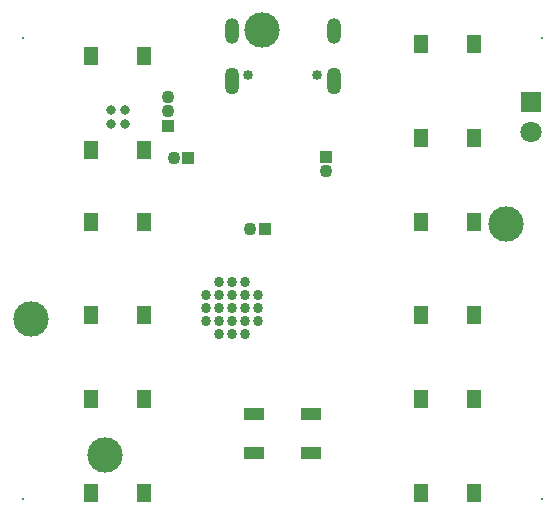
<source format=gbs>
G04*
G04 #@! TF.GenerationSoftware,Altium Limited,Altium Designer,22.7.1 (60)*
G04*
G04 Layer_Color=16711935*
%FSLAX44Y44*%
%MOMM*%
G71*
G04*
G04 #@! TF.SameCoordinates,4EDC8D64-7802-4C18-8A36-DA98FD6AFE69*
G04*
G04*
G04 #@! TF.FilePolarity,Negative*
G04*
G01*
G75*
%ADD76R,1.1016X1.1016*%
%ADD77C,1.1016*%
%ADD78C,3.0000*%
%ADD79C,0.2032*%
%ADD80R,1.1016X1.1016*%
%ADD81C,0.8532*%
%ADD82O,1.2532X2.3032*%
%ADD83O,1.2032X2.2032*%
%ADD84C,1.8032*%
%ADD85R,1.8032X1.8032*%
%ADD86C,0.8632*%
%ADD87C,0.8032*%
%ADD115R,1.3000X1.5500*%
%ADD117R,1.7032X1.1032*%
D76*
X-97000Y120500D02*
D03*
X36560Y94690D02*
D03*
D77*
X-97000Y133000D02*
D03*
Y145500D02*
D03*
X36560Y82190D02*
D03*
X-27660Y33400D02*
D03*
X-92140Y93400D02*
D03*
D78*
X-213000Y-43000D02*
D03*
X189000Y38000D02*
D03*
X-17000Y202000D02*
D03*
X-150000Y-158000D02*
D03*
D79*
X220000Y195000D02*
D03*
X-220000D02*
D03*
X220000Y-195000D02*
D03*
X-220000D02*
D03*
D80*
X-15160Y33400D02*
D03*
X-79640Y93400D02*
D03*
D81*
X28898Y163904D02*
D03*
X-28902D02*
D03*
D82*
X-43202Y158904D02*
D03*
X43200D02*
D03*
D83*
X-43202Y200704D02*
D03*
X43198D02*
D03*
D84*
X210000Y115300D02*
D03*
D85*
Y140700D02*
D03*
D86*
X-64500Y-44634D02*
D03*
Y-22634D02*
D03*
Y-33634D02*
D03*
X-20500Y-44634D02*
D03*
Y-22634D02*
D03*
Y-33634D02*
D03*
X-31500Y-55634D02*
D03*
Y-44634D02*
D03*
Y-11634D02*
D03*
Y-22634D02*
D03*
Y-33634D02*
D03*
X-53500Y-55634D02*
D03*
Y-44634D02*
D03*
Y-11634D02*
D03*
Y-22634D02*
D03*
Y-33634D02*
D03*
X-42500Y-55634D02*
D03*
Y-44634D02*
D03*
Y-11634D02*
D03*
Y-22634D02*
D03*
Y-33634D02*
D03*
D87*
X-145250Y134500D02*
D03*
Y122500D02*
D03*
X-133250Y134500D02*
D03*
Y122500D02*
D03*
D115*
X-117500Y-39750D02*
D03*
Y39750D02*
D03*
X-162500Y-39750D02*
D03*
Y39750D02*
D03*
X117500Y189750D02*
D03*
Y110250D02*
D03*
X162500Y189750D02*
D03*
Y110250D02*
D03*
X117500Y-110250D02*
D03*
Y-189750D02*
D03*
X162500Y-110250D02*
D03*
Y-189750D02*
D03*
X-162500Y179750D02*
D03*
Y100250D02*
D03*
X-117500Y179750D02*
D03*
Y100250D02*
D03*
X162500Y-39750D02*
D03*
Y39750D02*
D03*
X117500Y-39750D02*
D03*
Y39750D02*
D03*
X-162500Y-110250D02*
D03*
Y-189750D02*
D03*
X-117500Y-110250D02*
D03*
Y-189750D02*
D03*
D117*
X-24500Y-156500D02*
D03*
Y-123500D02*
D03*
X24500Y-156500D02*
D03*
Y-123500D02*
D03*
M02*

</source>
